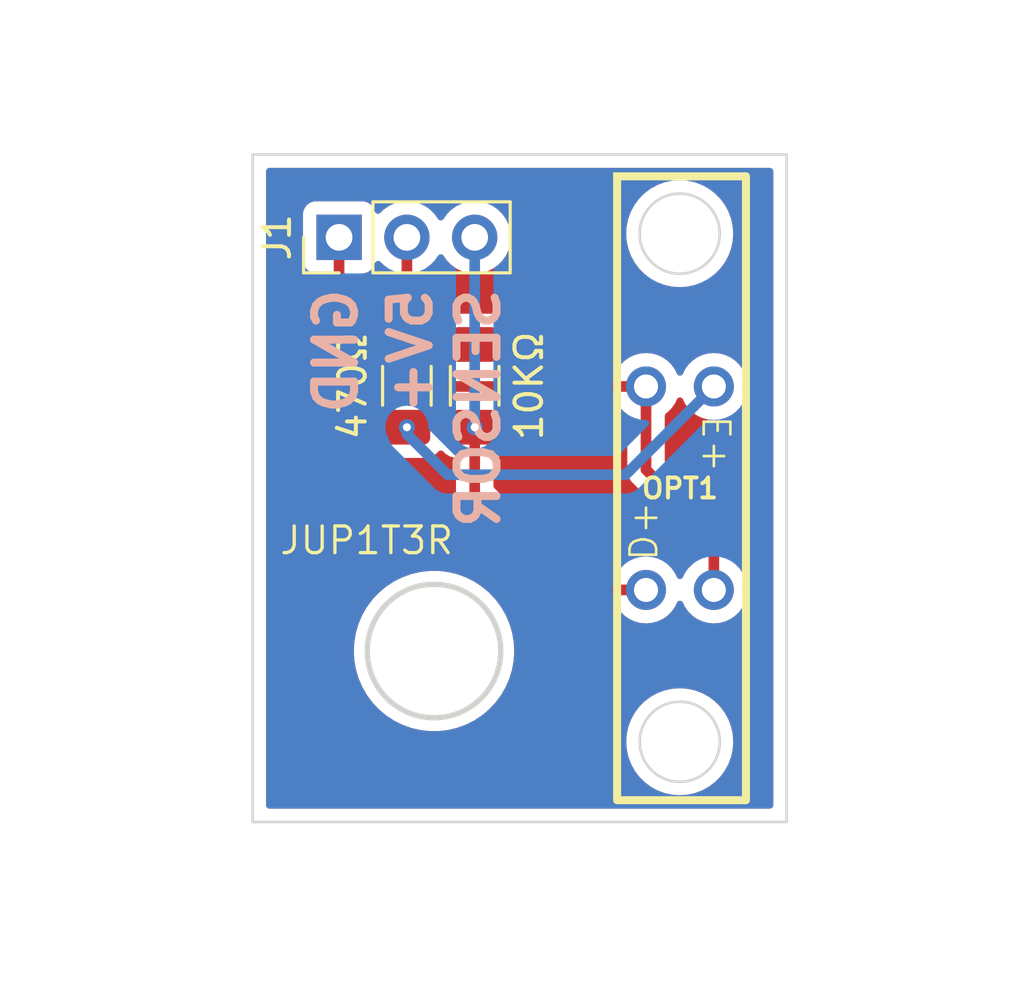
<source format=kicad_pcb>
(kicad_pcb (version 20240108) (generator "pcbnew") (generator_version "8.0")
  (layers (0 "F.Cu" signal) (31 "B.Cu" signal) (34 "B.Paste" user) (35 "F.Paste" user) (36 "B.SilkS" user "B.Silkscreen") (37 "F.SilkS" user "F.Silkscreen") (38 "B.Mask" user) (39 "F.Mask" user) (44 "Edge.Cuts" user))
  (net 0 "")
  (net 1 "Net-(J1-Pin_2)")
  (net 2 "Net-(J1-Pin_1)")
  (net 3 "Net-(J1-Pin_3)")
  (net 4 "Net-(O1-E+)")
  (footprint "Connector_PinHeader_2.54mm:PinHeader_1x03_P2.54mm_Vertical" (layer "F.Cu") (at 139.7 89.662 90)
    (property "Reference" "J1" (at 0 -2.33 90) (layer "F.SilkS"))
    (property "Value" "Conn_01x03_Pin")
    (fp_line (start -1.33 -1.33) (end 0 -1.33) (stroke (width 0.12)) (layer "F.SilkS"))
    (fp_line (start -1.33 0) (end -1.33 -1.33) (stroke (width 0.12)) (layer "F.SilkS"))
    (fp_line (start 1.33 1.27) (end 1.33 6.41) (stroke (width 0.12)) (layer "F.SilkS"))
    (fp_line (start -1.33 1.27) (end 1.33 1.27) (stroke (width 0.12)) (layer "F.SilkS"))
    (fp_line (start -1.33 1.27) (end -1.33 6.41) (stroke (width 0.12)) (layer "F.SilkS"))
    (fp_line (start -1.33 6.41) (end 1.33 6.41) (stroke (width 0.12)) (layer "F.SilkS"))
    (pad "1" thru_hole rect (at 0 0 90) (size 1.7 1.7) (drill 1) (layers "*.Cu" "*.Mask") (net 2 "Net-(J1-Pin_1)"))
    (pad "2" thru_hole oval (at 0 2.54 90) (size 1.7 1.7) (drill 1) (layers "*.Cu" "*.Mask") (net 1 "Net-(J1-Pin_2)"))
    (pad "3" thru_hole oval (at 0 5.08 90) (size 1.7 1.7) (drill 1) (layers "*.Cu" "*.Mask") (net 3 "Net-(J1-Pin_3)"))
  )
  (footprint "Minibadge:MOC7811" (layer "F.Cu") (at 152.467 99.565889)
    (property "Reference" "OPT1" (at 0 -0.5 0) (layer "F.SilkS") (effects (font (size 0.75 0.75))))
    (property "Value" "~")
    (fp_circle (center -0.009079 -10.042889) (end 1.490921 -10.042889) (stroke (width 0.1)) (fill none) (layer "Edge.Cuts"))
    (fp_circle (center -0.00647 8.988006) (end 1.49353 8.988006) (stroke (width 0.1)) (fill none) (layer "Edge.Cuts"))
    (fp_text user "D+" (at -0.762 2.286 90) (layer "F.SilkS") (effects (font (thickness 0.1)) (justify left bottom)))
    (fp_text user "E+" (at 0.762 -3.302 -90) (layer "F.SilkS") (effects (font (thickness 0.1)) (justify left bottom)))
    (pad "1" thru_hole circle (at 1.27 -4.318) (size 1.5 1.5) (drill 0.9) (layers "*.Cu" "*.Mask") (net 4 "Net-(O1-E+)"))
    (pad "2" thru_hole circle (at -1.27 -4.318) (size 1.5 1.5) (drill 0.9) (layers "*.Cu" "*.Mask") (net 2 "Net-(J1-Pin_1)"))
    (pad "3" thru_hole circle (at -1.27 3.302) (size 1.5 1.5) (drill 0.9) (layers "*.Cu" "*.Mask") (net 3 "Net-(J1-Pin_3)"))
    (pad "4" thru_hole circle (at 1.27 3.302) (size 1.5 1.5) (drill 0.9) (layers "*.Cu" "*.Mask") (net 2 "Net-(J1-Pin_1)"))
  )
  (footprint "Resistor_SMD:R_1206_3216Metric_Pad1.30x1.75mm_HandSolder" (layer "F.Cu") (at 142.24 95.224 -90)
    (property "Reference" "470Ω" (at 0 2.032 90) (layer "F.SilkS"))
    (property "Value" "10k")
    (fp_line (start -0.727064 0.91) (end 0.727064 0.91) (stroke (width 0.12)) (layer "F.SilkS"))
    (fp_line (start -0.727064 -0.91) (end 0.727064 -0.91) (stroke (width 0.12)) (layer "F.SilkS"))
    (pad "1" smd roundrect (at -1.55 0 270) (size 1.3 1.75) (layers "F.Cu" "F.Paste" "F.Mask") (roundrect_rratio 0.192308) (net 1 "Net-(J1-Pin_2)"))
    (pad "2" smd roundrect (at 1.55 0 270) (size 1.3 1.75) (layers "F.Cu" "F.Paste" "F.Mask") (roundrect_rratio 0.192308) (net 4 "Net-(O1-E+)"))
  )
  (footprint "Resistor_SMD:R_1206_3216Metric_Pad1.30x1.75mm_HandSolder" (layer "F.Cu") (at 144.78 95.224 -90)
    (property "Reference" "10KΩ" (at 0 -2.032 90) (layer "F.SilkS"))
    (property "Value" "220")
    (fp_line (start -0.727064 0.91) (end 0.727064 0.91) (stroke (width 0.12)) (layer "F.SilkS"))
    (fp_line (start -0.727064 -0.91) (end 0.727064 -0.91) (stroke (width 0.12)) (layer "F.SilkS"))
    (pad "1" smd roundrect (at -1.55 0 270) (size 1.3 1.75) (layers "F.Cu" "F.Paste" "F.Mask") (roundrect_rratio 0.192308) (net 1 "Net-(J1-Pin_2)"))
    (pad "2" smd roundrect (at 1.55 0 270) (size 1.3 1.75) (layers "F.Cu" "F.Paste" "F.Mask") (roundrect_rratio 0.192308) (net 3 "Net-(J1-Pin_3)"))
  )
  (gr_rect (start 150.114 87.376) (end 154.94 110.744) (stroke (width 0.3)) (fill none) (layer "F.SilkS"))
  (gr_rect (start 136.464 86.56) (end 156.464 111.56) (stroke (width 0.1)) (fill none) (layer "Edge.Cuts"))
  (gr_circle (center 143.256 105.156) (end 145.756 105.156) (stroke (width 0.2)) (fill none) (layer "Edge.Cuts"))
  (gr_text "SENSOR" (at 145.796 91.44 90) (layer "B.SilkS") (effects (font (size 1.5 1.5) (thickness 0.3) (bold yes)) (justify left bottom mirror)))
  (gr_text "5V+" (at 143.256 91.44 90) (layer "B.SilkS") (effects (font (size 1.5 1.5) (thickness 0.3) (bold yes)) (justify left bottom mirror)))
  (gr_text "GND" (at 140.462 91.44 90) (layer "B.SilkS") (effects (font (size 1.5 1.5) (thickness 0.3) (bold yes)) (justify left bottom mirror)))
  (gr_text "JUP1T3R" (at 137.414 101.6 0) (layer "F.SilkS") (effects (font (size 1 1) (thickness 0.125)) (justify left bottom)))
  (segment (start 142.24 93.674) (end 142.24 89.662) (width 0.4) (layer "F.Cu") (net 1))
  (segment (start 142.24 93.674) (end 144.78 93.674) (width 0.4) (layer "F.Cu") (net 1))
  (segment (start 141.480111 95.247889) (end 151.197 95.247889) (width 0.4) (layer "F.Cu") (net 2))
  (segment (start 141.478 95.25) (end 141.480111 95.247889) (width 0.4) (layer "F.Cu") (net 2))
  (segment (start 151.197 98.365) (end 151.197 95.247889) (width 0.4) (layer "F.Cu") (net 2))
  (segment (start 139.7 93.726) (end 141.224 95.25) (width 0.4) (layer "F.Cu") (net 2))
  (segment (start 153.737 100.905) (end 151.197 98.365) (width 0.4) (layer "F.Cu") (net 2))
  (segment (start 139.7 89.662) (end 139.7 93.726) (width 0.4) (layer "F.Cu") (net 2))
  (segment (start 153.737 102.867889) (end 153.737 100.905) (width 0.4) (layer "F.Cu") (net 2))
  (segment (start 141.224 95.25) (end 141.478 95.25) (width 0.4) (layer "F.Cu") (net 2))
  (segment (start 144.78 99.314) (end 148.333889 102.867889) (width 0.4) (layer "F.Cu") (net 3))
  (segment (start 144.78 96.774) (end 144.78 99.314) (width 0.4) (layer "F.Cu") (net 3))
  (segment (start 148.333889 102.867889) (end 151.197 102.867889) (width 0.4) (layer "F.Cu") (net 3))
  (via (at 144.78 96.774) (size 0.6) (drill 0.3) (layers "F.Cu" "B.Cu") (net 3))
  (segment (start 144.78 89.662) (end 144.78 96.774) (width 0.4) (layer "B.Cu") (net 3))
  (via (at 142.24 96.774) (size 0.6) (drill 0.3) (layers "F.Cu" "B.Cu") (net 4))
  (segment (start 142.24 97.028) (end 142.24 96.774) (width 0.4) (layer "B.Cu") (net 4))
  (segment (start 153.737 95.247889) (end 150.432889 98.552) (width 0.4) (layer "B.Cu") (net 4))
  (segment (start 150.432889 98.552) (end 143.764 98.552) (width 0.4) (layer "B.Cu") (net 4))
  (segment (start 143.764 98.552) (end 142.24 97.028) (width 0.4) (layer "B.Cu") (net 4))
  (zone (net 0) (net_name "") (layers "F&B.Cu") (connect_pads (clearance 0.5)) (min_thickness 0.25) (fill yes (thermal_gap 0.5) (thermal_bridge_width 0.5) (island_removal_mode 1) (island_area_min 10))
    (polygon (pts (xy 127 80.772) (xy 165.354 80.772) (xy 165.354 118.11) (xy 127 118.11)))
  )
)
</source>
